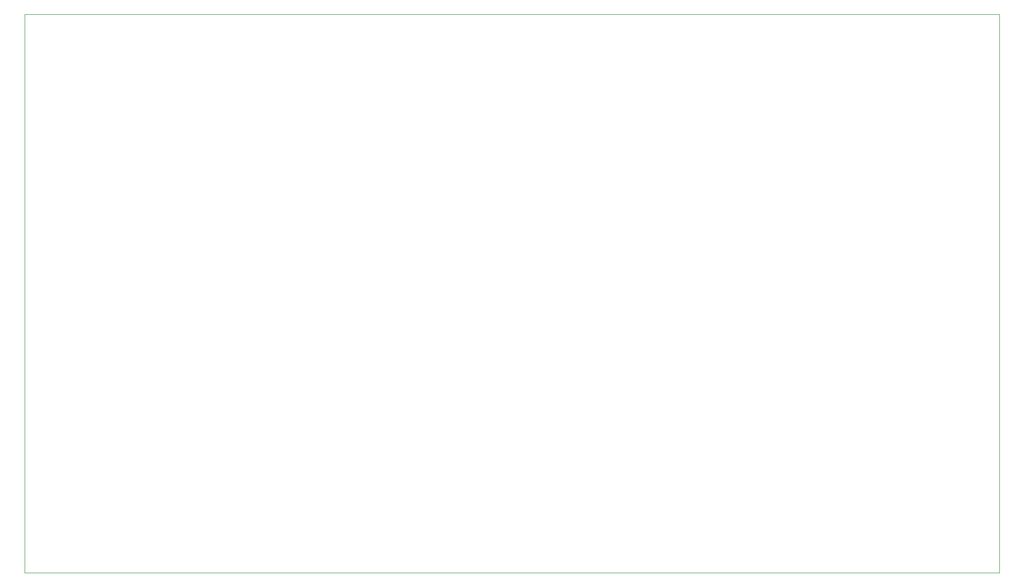
<source format=gko>
G04*
G04 #@! TF.GenerationSoftware,Altium Limited,Altium Designer,20.0.11 (256)*
G04*
G04 Layer_Color=16711935*
%FSLAX25Y25*%
%MOIN*%
G70*
G01*
G75*
%ADD24C,0.00394*%
D24*
X-39370Y312992D02*
X620079Y312992D01*
X-39370Y-64961D02*
Y312992D01*
Y-64961D02*
X620079Y-64961D01*
X620079Y312992D01*
M02*

</source>
